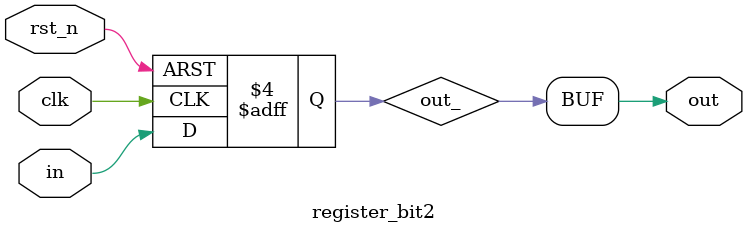
<source format=sv>
module register_bit2 #(
    parameter ADDR_WIDTH=1) 
(
    input logic clk,    // Clock
    input logic rst_n,  // Asynchronous reset active lo
    input logic [ADDR_WIDTH-1:0]in, // Val to be written to reg
    output logic [ADDR_WIDTH-1:0]out // Val read out
);
    logic [ADDR_WIDTH-1:0] out_;

    always_ff @(posedge clk or negedge rst_n) begin : proc_1
        if(~rst_n) begin
            out_ <= 0;
        end else begin
            out_ <= in;
        end
    end

    always_comb begin : proc_2
        out <= out_;
    end

endmodule

</source>
